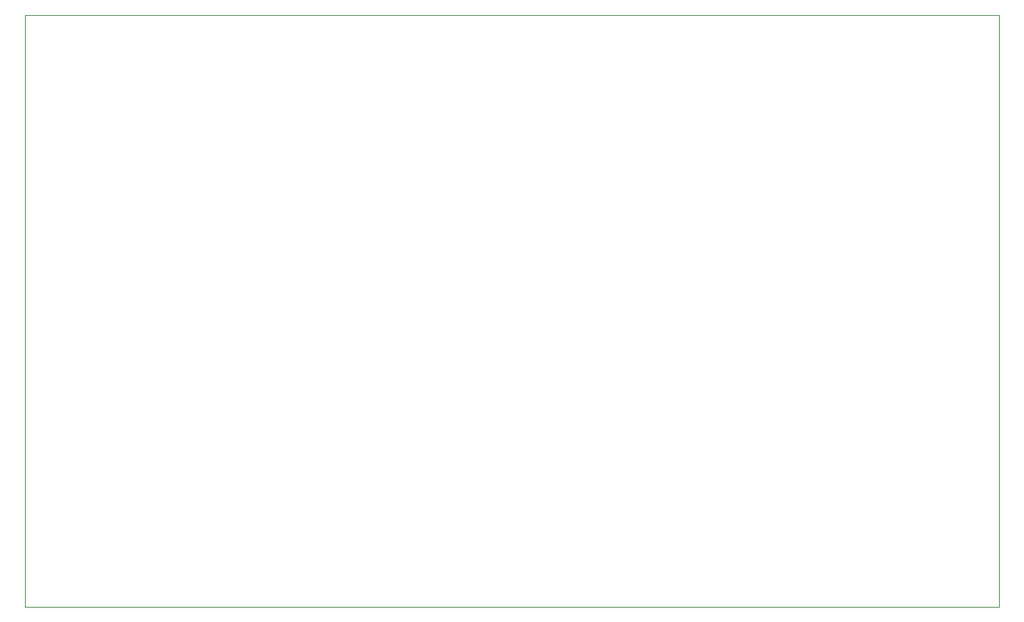
<source format=gbr>
%TF.GenerationSoftware,KiCad,Pcbnew,(7.0.0)*%
%TF.CreationDate,2023-03-30T08:56:28+02:00*%
%TF.ProjectId,HM-Base,484d2d42-6173-4652-9e6b-696361645f70,rev?*%
%TF.SameCoordinates,Original*%
%TF.FileFunction,Profile,NP*%
%FSLAX46Y46*%
G04 Gerber Fmt 4.6, Leading zero omitted, Abs format (unit mm)*
G04 Created by KiCad (PCBNEW (7.0.0)) date 2023-03-30 08:56:28*
%MOMM*%
%LPD*%
G01*
G04 APERTURE LIST*
%TA.AperFunction,Profile*%
%ADD10C,0.100000*%
%TD*%
G04 APERTURE END LIST*
D10*
X81262000Y-48016000D02*
X190246000Y-48016000D01*
X190246000Y-48016000D02*
X190246000Y-114254000D01*
X190246000Y-114254000D02*
X81262000Y-114254000D01*
X81262000Y-114254000D02*
X81262000Y-48016000D01*
M02*

</source>
